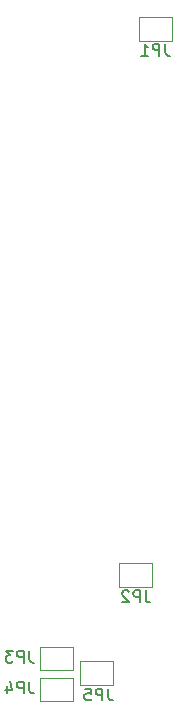
<source format=gbo>
G04 #@! TF.GenerationSoftware,KiCad,Pcbnew,(5.1.10)-1*
G04 #@! TF.CreationDate,2022-05-03T20:41:15+02:00*
G04 #@! TF.ProjectId,rak3172_easeboard,72616b33-3137-4325-9f65-617365626f61,rev?*
G04 #@! TF.SameCoordinates,Original*
G04 #@! TF.FileFunction,Legend,Bot*
G04 #@! TF.FilePolarity,Positive*
%FSLAX46Y46*%
G04 Gerber Fmt 4.6, Leading zero omitted, Abs format (unit mm)*
G04 Created by KiCad (PCBNEW (5.1.10)-1) date 2022-05-03 20:41:15*
%MOMM*%
%LPD*%
G01*
G04 APERTURE LIST*
%ADD10C,0.120000*%
%ADD11C,0.150000*%
%ADD12C,0.650000*%
%ADD13O,1.050000X2.100000*%
%ADD14O,1.000000X2.000000*%
%ADD15R,1.524000X1.524000*%
%ADD16C,1.524000*%
%ADD17O,1.750000X1.200000*%
%ADD18R,1.000000X1.500000*%
%ADD19R,2.420000X5.080000*%
G04 APERTURE END LIST*
D10*
X139789600Y-130032000D02*
X139789600Y-128032000D01*
X136989600Y-130032000D02*
X139789600Y-130032000D01*
X136989600Y-128032000D02*
X136989600Y-130032000D01*
X139789600Y-128032000D02*
X136989600Y-128032000D01*
X136401000Y-129429000D02*
X133601000Y-129429000D01*
X133601000Y-129429000D02*
X133601000Y-131429000D01*
X133601000Y-131429000D02*
X136401000Y-131429000D01*
X136401000Y-131429000D02*
X136401000Y-129429000D01*
X136386000Y-126812800D02*
X133586000Y-126812800D01*
X133586000Y-126812800D02*
X133586000Y-128812800D01*
X133586000Y-128812800D02*
X136386000Y-128812800D01*
X136386000Y-128812800D02*
X136386000Y-126812800D01*
X140255800Y-121726200D02*
X143055800Y-121726200D01*
X143055800Y-121726200D02*
X143055800Y-119726200D01*
X143055800Y-119726200D02*
X140255800Y-119726200D01*
X140255800Y-119726200D02*
X140255800Y-121726200D01*
X141942600Y-75523600D02*
X144742600Y-75523600D01*
X144742600Y-75523600D02*
X144742600Y-73523600D01*
X144742600Y-73523600D02*
X141942600Y-73523600D01*
X141942600Y-73523600D02*
X141942600Y-75523600D01*
D11*
X139349933Y-130363980D02*
X139349933Y-131078266D01*
X139397552Y-131221123D01*
X139492790Y-131316361D01*
X139635647Y-131363980D01*
X139730885Y-131363980D01*
X138873742Y-131363980D02*
X138873742Y-130363980D01*
X138492790Y-130363980D01*
X138397552Y-130411600D01*
X138349933Y-130459219D01*
X138302314Y-130554457D01*
X138302314Y-130697314D01*
X138349933Y-130792552D01*
X138397552Y-130840171D01*
X138492790Y-130887790D01*
X138873742Y-130887790D01*
X137397552Y-130363980D02*
X137873742Y-130363980D01*
X137921361Y-130840171D01*
X137873742Y-130792552D01*
X137778504Y-130744933D01*
X137540409Y-130744933D01*
X137445171Y-130792552D01*
X137397552Y-130840171D01*
X137349933Y-130935409D01*
X137349933Y-131173504D01*
X137397552Y-131268742D01*
X137445171Y-131316361D01*
X137540409Y-131363980D01*
X137778504Y-131363980D01*
X137873742Y-131316361D01*
X137921361Y-131268742D01*
X132684733Y-129779780D02*
X132684733Y-130494066D01*
X132732352Y-130636923D01*
X132827590Y-130732161D01*
X132970447Y-130779780D01*
X133065685Y-130779780D01*
X132208542Y-130779780D02*
X132208542Y-129779780D01*
X131827590Y-129779780D01*
X131732352Y-129827400D01*
X131684733Y-129875019D01*
X131637114Y-129970257D01*
X131637114Y-130113114D01*
X131684733Y-130208352D01*
X131732352Y-130255971D01*
X131827590Y-130303590D01*
X132208542Y-130303590D01*
X130779971Y-130113114D02*
X130779971Y-130779780D01*
X131018066Y-129732161D02*
X131256161Y-130446447D01*
X130637114Y-130446447D01*
X132684733Y-127163580D02*
X132684733Y-127877866D01*
X132732352Y-128020723D01*
X132827590Y-128115961D01*
X132970447Y-128163580D01*
X133065685Y-128163580D01*
X132208542Y-128163580D02*
X132208542Y-127163580D01*
X131827590Y-127163580D01*
X131732352Y-127211200D01*
X131684733Y-127258819D01*
X131637114Y-127354057D01*
X131637114Y-127496914D01*
X131684733Y-127592152D01*
X131732352Y-127639771D01*
X131827590Y-127687390D01*
X132208542Y-127687390D01*
X131303780Y-127163580D02*
X130684733Y-127163580D01*
X131018066Y-127544533D01*
X130875209Y-127544533D01*
X130779971Y-127592152D01*
X130732352Y-127639771D01*
X130684733Y-127735009D01*
X130684733Y-127973104D01*
X130732352Y-128068342D01*
X130779971Y-128115961D01*
X130875209Y-128163580D01*
X131160923Y-128163580D01*
X131256161Y-128115961D01*
X131303780Y-128068342D01*
X142539933Y-122058180D02*
X142539933Y-122772466D01*
X142587552Y-122915323D01*
X142682790Y-123010561D01*
X142825647Y-123058180D01*
X142920885Y-123058180D01*
X142063742Y-123058180D02*
X142063742Y-122058180D01*
X141682790Y-122058180D01*
X141587552Y-122105800D01*
X141539933Y-122153419D01*
X141492314Y-122248657D01*
X141492314Y-122391514D01*
X141539933Y-122486752D01*
X141587552Y-122534371D01*
X141682790Y-122581990D01*
X142063742Y-122581990D01*
X141111361Y-122153419D02*
X141063742Y-122105800D01*
X140968504Y-122058180D01*
X140730409Y-122058180D01*
X140635171Y-122105800D01*
X140587552Y-122153419D01*
X140539933Y-122248657D01*
X140539933Y-122343895D01*
X140587552Y-122486752D01*
X141158980Y-123058180D01*
X140539933Y-123058180D01*
X144175933Y-75775980D02*
X144175933Y-76490266D01*
X144223552Y-76633123D01*
X144318790Y-76728361D01*
X144461647Y-76775980D01*
X144556885Y-76775980D01*
X143699742Y-76775980D02*
X143699742Y-75775980D01*
X143318790Y-75775980D01*
X143223552Y-75823600D01*
X143175933Y-75871219D01*
X143128314Y-75966457D01*
X143128314Y-76109314D01*
X143175933Y-76204552D01*
X143223552Y-76252171D01*
X143318790Y-76299790D01*
X143699742Y-76299790D01*
X142175933Y-76775980D02*
X142747361Y-76775980D01*
X142461647Y-76775980D02*
X142461647Y-75775980D01*
X142556885Y-75918838D01*
X142652123Y-76014076D01*
X142747361Y-76061695D01*
%LPC*%
D12*
X151660000Y-127925000D03*
X157440000Y-127925000D03*
D13*
X158870000Y-127245000D03*
X150230000Y-127245000D03*
D14*
X158870000Y-131425000D03*
X150230000Y-131425000D03*
D15*
X118043200Y-128696400D03*
D16*
X118043200Y-126156400D03*
X118043200Y-123616400D03*
X118043200Y-121076400D03*
X118043200Y-118536400D03*
X118043200Y-115996400D03*
X118043200Y-113456400D03*
X118043200Y-105836400D03*
X118043200Y-108376400D03*
X118043200Y-110916400D03*
D15*
X118033800Y-102128000D03*
D16*
X118033800Y-99588000D03*
X118033800Y-97048000D03*
X118033800Y-94508000D03*
X118033800Y-91968000D03*
X118033800Y-89428000D03*
X118033800Y-86888000D03*
X118033800Y-79268000D03*
X118033800Y-81808000D03*
X118033800Y-84348000D03*
D15*
X165120000Y-74498200D03*
D16*
X162580000Y-74498200D03*
X160040000Y-74498200D03*
X157500000Y-74498200D03*
X154960000Y-74498200D03*
X147340000Y-74498200D03*
X149880000Y-74498200D03*
X152420000Y-74498200D03*
D15*
X165134000Y-111257600D03*
D16*
X165134000Y-108717600D03*
X165134000Y-106177600D03*
X165134000Y-103637600D03*
X165134000Y-101097600D03*
X165134000Y-98557600D03*
X165134000Y-96017600D03*
X165134000Y-88397600D03*
X165134000Y-90937600D03*
X165134000Y-93477600D03*
G36*
G01*
X163759001Y-130907600D02*
X162508999Y-130907600D01*
G75*
G02*
X162259000Y-130657601I0J249999D01*
G01*
X162259000Y-129957599D01*
G75*
G02*
X162508999Y-129707600I249999J0D01*
G01*
X163759001Y-129707600D01*
G75*
G02*
X164009000Y-129957599I0J-249999D01*
G01*
X164009000Y-130657601D01*
G75*
G02*
X163759001Y-130907600I-249999J0D01*
G01*
G37*
D17*
X163134000Y-128307600D03*
D18*
X137739600Y-129032000D03*
X139039600Y-129032000D03*
X135651000Y-130429000D03*
X134351000Y-130429000D03*
X135636000Y-127812800D03*
X134336000Y-127812800D03*
X141005800Y-120726200D03*
X142305800Y-120726200D03*
X142692600Y-74523600D03*
X143992600Y-74523600D03*
D19*
X130821200Y-76283400D03*
X122061200Y-76283400D03*
M02*

</source>
